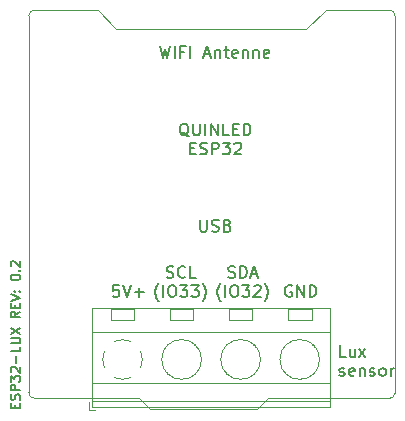
<source format=gbr>
%TF.GenerationSoftware,KiCad,Pcbnew,8.0.5*%
%TF.CreationDate,2024-09-19T11:43:03+02:00*%
%TF.ProjectId,QuinLED-ESP32-Lux,5175696e-4c45-4442-9d45-535033322d4c,rev?*%
%TF.SameCoordinates,Original*%
%TF.FileFunction,Legend,Top*%
%TF.FilePolarity,Positive*%
%FSLAX46Y46*%
G04 Gerber Fmt 4.6, Leading zero omitted, Abs format (unit mm)*
G04 Created by KiCad (PCBNEW 8.0.5) date 2024-09-19 11:43:03*
%MOMM*%
%LPD*%
G01*
G04 APERTURE LIST*
%ADD10C,0.150000*%
%ADD11C,0.050000*%
%ADD12C,0.120000*%
G04 APERTURE END LIST*
D10*
X143419613Y-99719432D02*
X143562470Y-99767051D01*
X143562470Y-99767051D02*
X143800565Y-99767051D01*
X143800565Y-99767051D02*
X143895803Y-99719432D01*
X143895803Y-99719432D02*
X143943422Y-99671812D01*
X143943422Y-99671812D02*
X143991041Y-99576574D01*
X143991041Y-99576574D02*
X143991041Y-99481336D01*
X143991041Y-99481336D02*
X143943422Y-99386098D01*
X143943422Y-99386098D02*
X143895803Y-99338479D01*
X143895803Y-99338479D02*
X143800565Y-99290860D01*
X143800565Y-99290860D02*
X143610089Y-99243241D01*
X143610089Y-99243241D02*
X143514851Y-99195622D01*
X143514851Y-99195622D02*
X143467232Y-99148003D01*
X143467232Y-99148003D02*
X143419613Y-99052765D01*
X143419613Y-99052765D02*
X143419613Y-98957527D01*
X143419613Y-98957527D02*
X143467232Y-98862289D01*
X143467232Y-98862289D02*
X143514851Y-98814670D01*
X143514851Y-98814670D02*
X143610089Y-98767051D01*
X143610089Y-98767051D02*
X143848184Y-98767051D01*
X143848184Y-98767051D02*
X143991041Y-98814670D01*
X144419613Y-99767051D02*
X144419613Y-98767051D01*
X144419613Y-98767051D02*
X144657708Y-98767051D01*
X144657708Y-98767051D02*
X144800565Y-98814670D01*
X144800565Y-98814670D02*
X144895803Y-98909908D01*
X144895803Y-98909908D02*
X144943422Y-99005146D01*
X144943422Y-99005146D02*
X144991041Y-99195622D01*
X144991041Y-99195622D02*
X144991041Y-99338479D01*
X144991041Y-99338479D02*
X144943422Y-99528955D01*
X144943422Y-99528955D02*
X144895803Y-99624193D01*
X144895803Y-99624193D02*
X144800565Y-99719432D01*
X144800565Y-99719432D02*
X144657708Y-99767051D01*
X144657708Y-99767051D02*
X144419613Y-99767051D01*
X145371994Y-99481336D02*
X145848184Y-99481336D01*
X145276756Y-99767051D02*
X145610089Y-98767051D01*
X145610089Y-98767051D02*
X145943422Y-99767051D01*
X142776756Y-101757947D02*
X142729137Y-101710328D01*
X142729137Y-101710328D02*
X142633899Y-101567471D01*
X142633899Y-101567471D02*
X142586280Y-101472233D01*
X142586280Y-101472233D02*
X142538661Y-101329376D01*
X142538661Y-101329376D02*
X142491042Y-101091280D01*
X142491042Y-101091280D02*
X142491042Y-100900804D01*
X142491042Y-100900804D02*
X142538661Y-100662709D01*
X142538661Y-100662709D02*
X142586280Y-100519852D01*
X142586280Y-100519852D02*
X142633899Y-100424614D01*
X142633899Y-100424614D02*
X142729137Y-100281756D01*
X142729137Y-100281756D02*
X142776756Y-100234137D01*
X143157709Y-101376995D02*
X143157709Y-100376995D01*
X143824375Y-100376995D02*
X144014851Y-100376995D01*
X144014851Y-100376995D02*
X144110089Y-100424614D01*
X144110089Y-100424614D02*
X144205327Y-100519852D01*
X144205327Y-100519852D02*
X144252946Y-100710328D01*
X144252946Y-100710328D02*
X144252946Y-101043661D01*
X144252946Y-101043661D02*
X144205327Y-101234137D01*
X144205327Y-101234137D02*
X144110089Y-101329376D01*
X144110089Y-101329376D02*
X144014851Y-101376995D01*
X144014851Y-101376995D02*
X143824375Y-101376995D01*
X143824375Y-101376995D02*
X143729137Y-101329376D01*
X143729137Y-101329376D02*
X143633899Y-101234137D01*
X143633899Y-101234137D02*
X143586280Y-101043661D01*
X143586280Y-101043661D02*
X143586280Y-100710328D01*
X143586280Y-100710328D02*
X143633899Y-100519852D01*
X143633899Y-100519852D02*
X143729137Y-100424614D01*
X143729137Y-100424614D02*
X143824375Y-100376995D01*
X144586280Y-100376995D02*
X145205327Y-100376995D01*
X145205327Y-100376995D02*
X144871994Y-100757947D01*
X144871994Y-100757947D02*
X145014851Y-100757947D01*
X145014851Y-100757947D02*
X145110089Y-100805566D01*
X145110089Y-100805566D02*
X145157708Y-100853185D01*
X145157708Y-100853185D02*
X145205327Y-100948423D01*
X145205327Y-100948423D02*
X145205327Y-101186518D01*
X145205327Y-101186518D02*
X145157708Y-101281756D01*
X145157708Y-101281756D02*
X145110089Y-101329376D01*
X145110089Y-101329376D02*
X145014851Y-101376995D01*
X145014851Y-101376995D02*
X144729137Y-101376995D01*
X144729137Y-101376995D02*
X144633899Y-101329376D01*
X144633899Y-101329376D02*
X144586280Y-101281756D01*
X145586280Y-100472233D02*
X145633899Y-100424614D01*
X145633899Y-100424614D02*
X145729137Y-100376995D01*
X145729137Y-100376995D02*
X145967232Y-100376995D01*
X145967232Y-100376995D02*
X146062470Y-100424614D01*
X146062470Y-100424614D02*
X146110089Y-100472233D01*
X146110089Y-100472233D02*
X146157708Y-100567471D01*
X146157708Y-100567471D02*
X146157708Y-100662709D01*
X146157708Y-100662709D02*
X146110089Y-100805566D01*
X146110089Y-100805566D02*
X145538661Y-101376995D01*
X145538661Y-101376995D02*
X146157708Y-101376995D01*
X146491042Y-101757947D02*
X146538661Y-101710328D01*
X146538661Y-101710328D02*
X146633899Y-101567471D01*
X146633899Y-101567471D02*
X146681518Y-101472233D01*
X146681518Y-101472233D02*
X146729137Y-101329376D01*
X146729137Y-101329376D02*
X146776756Y-101091280D01*
X146776756Y-101091280D02*
X146776756Y-100900804D01*
X146776756Y-100900804D02*
X146729137Y-100662709D01*
X146729137Y-100662709D02*
X146681518Y-100519852D01*
X146681518Y-100519852D02*
X146633899Y-100424614D01*
X146633899Y-100424614D02*
X146538661Y-100281756D01*
X146538661Y-100281756D02*
X146491042Y-100234137D01*
X153351957Y-106471419D02*
X152875767Y-106471419D01*
X152875767Y-106471419D02*
X152875767Y-105471419D01*
X154113862Y-105804752D02*
X154113862Y-106471419D01*
X153685291Y-105804752D02*
X153685291Y-106328561D01*
X153685291Y-106328561D02*
X153732910Y-106423800D01*
X153732910Y-106423800D02*
X153828148Y-106471419D01*
X153828148Y-106471419D02*
X153971005Y-106471419D01*
X153971005Y-106471419D02*
X154066243Y-106423800D01*
X154066243Y-106423800D02*
X154113862Y-106376180D01*
X154494815Y-106471419D02*
X155018624Y-105804752D01*
X154494815Y-105804752D02*
X155018624Y-106471419D01*
X152828148Y-108033744D02*
X152923386Y-108081363D01*
X152923386Y-108081363D02*
X153113862Y-108081363D01*
X153113862Y-108081363D02*
X153209100Y-108033744D01*
X153209100Y-108033744D02*
X153256719Y-107938505D01*
X153256719Y-107938505D02*
X153256719Y-107890886D01*
X153256719Y-107890886D02*
X153209100Y-107795648D01*
X153209100Y-107795648D02*
X153113862Y-107748029D01*
X153113862Y-107748029D02*
X152971005Y-107748029D01*
X152971005Y-107748029D02*
X152875767Y-107700410D01*
X152875767Y-107700410D02*
X152828148Y-107605172D01*
X152828148Y-107605172D02*
X152828148Y-107557553D01*
X152828148Y-107557553D02*
X152875767Y-107462315D01*
X152875767Y-107462315D02*
X152971005Y-107414696D01*
X152971005Y-107414696D02*
X153113862Y-107414696D01*
X153113862Y-107414696D02*
X153209100Y-107462315D01*
X154066243Y-108033744D02*
X153971005Y-108081363D01*
X153971005Y-108081363D02*
X153780529Y-108081363D01*
X153780529Y-108081363D02*
X153685291Y-108033744D01*
X153685291Y-108033744D02*
X153637672Y-107938505D01*
X153637672Y-107938505D02*
X153637672Y-107557553D01*
X153637672Y-107557553D02*
X153685291Y-107462315D01*
X153685291Y-107462315D02*
X153780529Y-107414696D01*
X153780529Y-107414696D02*
X153971005Y-107414696D01*
X153971005Y-107414696D02*
X154066243Y-107462315D01*
X154066243Y-107462315D02*
X154113862Y-107557553D01*
X154113862Y-107557553D02*
X154113862Y-107652791D01*
X154113862Y-107652791D02*
X153637672Y-107748029D01*
X154542434Y-107414696D02*
X154542434Y-108081363D01*
X154542434Y-107509934D02*
X154590053Y-107462315D01*
X154590053Y-107462315D02*
X154685291Y-107414696D01*
X154685291Y-107414696D02*
X154828148Y-107414696D01*
X154828148Y-107414696D02*
X154923386Y-107462315D01*
X154923386Y-107462315D02*
X154971005Y-107557553D01*
X154971005Y-107557553D02*
X154971005Y-108081363D01*
X155399577Y-108033744D02*
X155494815Y-108081363D01*
X155494815Y-108081363D02*
X155685291Y-108081363D01*
X155685291Y-108081363D02*
X155780529Y-108033744D01*
X155780529Y-108033744D02*
X155828148Y-107938505D01*
X155828148Y-107938505D02*
X155828148Y-107890886D01*
X155828148Y-107890886D02*
X155780529Y-107795648D01*
X155780529Y-107795648D02*
X155685291Y-107748029D01*
X155685291Y-107748029D02*
X155542434Y-107748029D01*
X155542434Y-107748029D02*
X155447196Y-107700410D01*
X155447196Y-107700410D02*
X155399577Y-107605172D01*
X155399577Y-107605172D02*
X155399577Y-107557553D01*
X155399577Y-107557553D02*
X155447196Y-107462315D01*
X155447196Y-107462315D02*
X155542434Y-107414696D01*
X155542434Y-107414696D02*
X155685291Y-107414696D01*
X155685291Y-107414696D02*
X155780529Y-107462315D01*
X156399577Y-108081363D02*
X156304339Y-108033744D01*
X156304339Y-108033744D02*
X156256720Y-107986124D01*
X156256720Y-107986124D02*
X156209101Y-107890886D01*
X156209101Y-107890886D02*
X156209101Y-107605172D01*
X156209101Y-107605172D02*
X156256720Y-107509934D01*
X156256720Y-107509934D02*
X156304339Y-107462315D01*
X156304339Y-107462315D02*
X156399577Y-107414696D01*
X156399577Y-107414696D02*
X156542434Y-107414696D01*
X156542434Y-107414696D02*
X156637672Y-107462315D01*
X156637672Y-107462315D02*
X156685291Y-107509934D01*
X156685291Y-107509934D02*
X156732910Y-107605172D01*
X156732910Y-107605172D02*
X156732910Y-107890886D01*
X156732910Y-107890886D02*
X156685291Y-107986124D01*
X156685291Y-107986124D02*
X156637672Y-108033744D01*
X156637672Y-108033744D02*
X156542434Y-108081363D01*
X156542434Y-108081363D02*
X156399577Y-108081363D01*
X157161482Y-108081363D02*
X157161482Y-107414696D01*
X157161482Y-107605172D02*
X157209101Y-107509934D01*
X157209101Y-107509934D02*
X157256720Y-107462315D01*
X157256720Y-107462315D02*
X157351958Y-107414696D01*
X157351958Y-107414696D02*
X157447196Y-107414696D01*
X141023424Y-94858463D02*
X141023424Y-95667986D01*
X141023424Y-95667986D02*
X141071043Y-95763224D01*
X141071043Y-95763224D02*
X141118662Y-95810844D01*
X141118662Y-95810844D02*
X141213900Y-95858463D01*
X141213900Y-95858463D02*
X141404376Y-95858463D01*
X141404376Y-95858463D02*
X141499614Y-95810844D01*
X141499614Y-95810844D02*
X141547233Y-95763224D01*
X141547233Y-95763224D02*
X141594852Y-95667986D01*
X141594852Y-95667986D02*
X141594852Y-94858463D01*
X142023424Y-95810844D02*
X142166281Y-95858463D01*
X142166281Y-95858463D02*
X142404376Y-95858463D01*
X142404376Y-95858463D02*
X142499614Y-95810844D01*
X142499614Y-95810844D02*
X142547233Y-95763224D01*
X142547233Y-95763224D02*
X142594852Y-95667986D01*
X142594852Y-95667986D02*
X142594852Y-95572748D01*
X142594852Y-95572748D02*
X142547233Y-95477510D01*
X142547233Y-95477510D02*
X142499614Y-95429891D01*
X142499614Y-95429891D02*
X142404376Y-95382272D01*
X142404376Y-95382272D02*
X142213900Y-95334653D01*
X142213900Y-95334653D02*
X142118662Y-95287034D01*
X142118662Y-95287034D02*
X142071043Y-95239415D01*
X142071043Y-95239415D02*
X142023424Y-95144177D01*
X142023424Y-95144177D02*
X142023424Y-95048939D01*
X142023424Y-95048939D02*
X142071043Y-94953701D01*
X142071043Y-94953701D02*
X142118662Y-94906082D01*
X142118662Y-94906082D02*
X142213900Y-94858463D01*
X142213900Y-94858463D02*
X142451995Y-94858463D01*
X142451995Y-94858463D02*
X142594852Y-94906082D01*
X143356757Y-95334653D02*
X143499614Y-95382272D01*
X143499614Y-95382272D02*
X143547233Y-95429891D01*
X143547233Y-95429891D02*
X143594852Y-95525129D01*
X143594852Y-95525129D02*
X143594852Y-95667986D01*
X143594852Y-95667986D02*
X143547233Y-95763224D01*
X143547233Y-95763224D02*
X143499614Y-95810844D01*
X143499614Y-95810844D02*
X143404376Y-95858463D01*
X143404376Y-95858463D02*
X143023424Y-95858463D01*
X143023424Y-95858463D02*
X143023424Y-94858463D01*
X143023424Y-94858463D02*
X143356757Y-94858463D01*
X143356757Y-94858463D02*
X143451995Y-94906082D01*
X143451995Y-94906082D02*
X143499614Y-94953701D01*
X143499614Y-94953701D02*
X143547233Y-95048939D01*
X143547233Y-95048939D02*
X143547233Y-95144177D01*
X143547233Y-95144177D02*
X143499614Y-95239415D01*
X143499614Y-95239415D02*
X143451995Y-95287034D01*
X143451995Y-95287034D02*
X143356757Y-95334653D01*
X143356757Y-95334653D02*
X143023424Y-95334653D01*
X138183819Y-99719432D02*
X138326676Y-99767051D01*
X138326676Y-99767051D02*
X138564771Y-99767051D01*
X138564771Y-99767051D02*
X138660009Y-99719432D01*
X138660009Y-99719432D02*
X138707628Y-99671812D01*
X138707628Y-99671812D02*
X138755247Y-99576574D01*
X138755247Y-99576574D02*
X138755247Y-99481336D01*
X138755247Y-99481336D02*
X138707628Y-99386098D01*
X138707628Y-99386098D02*
X138660009Y-99338479D01*
X138660009Y-99338479D02*
X138564771Y-99290860D01*
X138564771Y-99290860D02*
X138374295Y-99243241D01*
X138374295Y-99243241D02*
X138279057Y-99195622D01*
X138279057Y-99195622D02*
X138231438Y-99148003D01*
X138231438Y-99148003D02*
X138183819Y-99052765D01*
X138183819Y-99052765D02*
X138183819Y-98957527D01*
X138183819Y-98957527D02*
X138231438Y-98862289D01*
X138231438Y-98862289D02*
X138279057Y-98814670D01*
X138279057Y-98814670D02*
X138374295Y-98767051D01*
X138374295Y-98767051D02*
X138612390Y-98767051D01*
X138612390Y-98767051D02*
X138755247Y-98814670D01*
X139755247Y-99671812D02*
X139707628Y-99719432D01*
X139707628Y-99719432D02*
X139564771Y-99767051D01*
X139564771Y-99767051D02*
X139469533Y-99767051D01*
X139469533Y-99767051D02*
X139326676Y-99719432D01*
X139326676Y-99719432D02*
X139231438Y-99624193D01*
X139231438Y-99624193D02*
X139183819Y-99528955D01*
X139183819Y-99528955D02*
X139136200Y-99338479D01*
X139136200Y-99338479D02*
X139136200Y-99195622D01*
X139136200Y-99195622D02*
X139183819Y-99005146D01*
X139183819Y-99005146D02*
X139231438Y-98909908D01*
X139231438Y-98909908D02*
X139326676Y-98814670D01*
X139326676Y-98814670D02*
X139469533Y-98767051D01*
X139469533Y-98767051D02*
X139564771Y-98767051D01*
X139564771Y-98767051D02*
X139707628Y-98814670D01*
X139707628Y-98814670D02*
X139755247Y-98862289D01*
X140660009Y-99767051D02*
X140183819Y-99767051D01*
X140183819Y-99767051D02*
X140183819Y-98767051D01*
X137517152Y-101757947D02*
X137469533Y-101710328D01*
X137469533Y-101710328D02*
X137374295Y-101567471D01*
X137374295Y-101567471D02*
X137326676Y-101472233D01*
X137326676Y-101472233D02*
X137279057Y-101329376D01*
X137279057Y-101329376D02*
X137231438Y-101091280D01*
X137231438Y-101091280D02*
X137231438Y-100900804D01*
X137231438Y-100900804D02*
X137279057Y-100662709D01*
X137279057Y-100662709D02*
X137326676Y-100519852D01*
X137326676Y-100519852D02*
X137374295Y-100424614D01*
X137374295Y-100424614D02*
X137469533Y-100281756D01*
X137469533Y-100281756D02*
X137517152Y-100234137D01*
X137898105Y-101376995D02*
X137898105Y-100376995D01*
X138564771Y-100376995D02*
X138755247Y-100376995D01*
X138755247Y-100376995D02*
X138850485Y-100424614D01*
X138850485Y-100424614D02*
X138945723Y-100519852D01*
X138945723Y-100519852D02*
X138993342Y-100710328D01*
X138993342Y-100710328D02*
X138993342Y-101043661D01*
X138993342Y-101043661D02*
X138945723Y-101234137D01*
X138945723Y-101234137D02*
X138850485Y-101329376D01*
X138850485Y-101329376D02*
X138755247Y-101376995D01*
X138755247Y-101376995D02*
X138564771Y-101376995D01*
X138564771Y-101376995D02*
X138469533Y-101329376D01*
X138469533Y-101329376D02*
X138374295Y-101234137D01*
X138374295Y-101234137D02*
X138326676Y-101043661D01*
X138326676Y-101043661D02*
X138326676Y-100710328D01*
X138326676Y-100710328D02*
X138374295Y-100519852D01*
X138374295Y-100519852D02*
X138469533Y-100424614D01*
X138469533Y-100424614D02*
X138564771Y-100376995D01*
X139326676Y-100376995D02*
X139945723Y-100376995D01*
X139945723Y-100376995D02*
X139612390Y-100757947D01*
X139612390Y-100757947D02*
X139755247Y-100757947D01*
X139755247Y-100757947D02*
X139850485Y-100805566D01*
X139850485Y-100805566D02*
X139898104Y-100853185D01*
X139898104Y-100853185D02*
X139945723Y-100948423D01*
X139945723Y-100948423D02*
X139945723Y-101186518D01*
X139945723Y-101186518D02*
X139898104Y-101281756D01*
X139898104Y-101281756D02*
X139850485Y-101329376D01*
X139850485Y-101329376D02*
X139755247Y-101376995D01*
X139755247Y-101376995D02*
X139469533Y-101376995D01*
X139469533Y-101376995D02*
X139374295Y-101329376D01*
X139374295Y-101329376D02*
X139326676Y-101281756D01*
X140279057Y-100376995D02*
X140898104Y-100376995D01*
X140898104Y-100376995D02*
X140564771Y-100757947D01*
X140564771Y-100757947D02*
X140707628Y-100757947D01*
X140707628Y-100757947D02*
X140802866Y-100805566D01*
X140802866Y-100805566D02*
X140850485Y-100853185D01*
X140850485Y-100853185D02*
X140898104Y-100948423D01*
X140898104Y-100948423D02*
X140898104Y-101186518D01*
X140898104Y-101186518D02*
X140850485Y-101281756D01*
X140850485Y-101281756D02*
X140802866Y-101329376D01*
X140802866Y-101329376D02*
X140707628Y-101376995D01*
X140707628Y-101376995D02*
X140421914Y-101376995D01*
X140421914Y-101376995D02*
X140326676Y-101329376D01*
X140326676Y-101329376D02*
X140279057Y-101281756D01*
X141231438Y-101757947D02*
X141279057Y-101710328D01*
X141279057Y-101710328D02*
X141374295Y-101567471D01*
X141374295Y-101567471D02*
X141421914Y-101472233D01*
X141421914Y-101472233D02*
X141469533Y-101329376D01*
X141469533Y-101329376D02*
X141517152Y-101091280D01*
X141517152Y-101091280D02*
X141517152Y-100900804D01*
X141517152Y-100900804D02*
X141469533Y-100662709D01*
X141469533Y-100662709D02*
X141421914Y-100519852D01*
X141421914Y-100519852D02*
X141374295Y-100424614D01*
X141374295Y-100424614D02*
X141279057Y-100281756D01*
X141279057Y-100281756D02*
X141231438Y-100234137D01*
X140049740Y-87799895D02*
X139954502Y-87752276D01*
X139954502Y-87752276D02*
X139859264Y-87657038D01*
X139859264Y-87657038D02*
X139716407Y-87514180D01*
X139716407Y-87514180D02*
X139621169Y-87466561D01*
X139621169Y-87466561D02*
X139525931Y-87466561D01*
X139573550Y-87704657D02*
X139478312Y-87657038D01*
X139478312Y-87657038D02*
X139383074Y-87561799D01*
X139383074Y-87561799D02*
X139335455Y-87371323D01*
X139335455Y-87371323D02*
X139335455Y-87037990D01*
X139335455Y-87037990D02*
X139383074Y-86847514D01*
X139383074Y-86847514D02*
X139478312Y-86752276D01*
X139478312Y-86752276D02*
X139573550Y-86704657D01*
X139573550Y-86704657D02*
X139764026Y-86704657D01*
X139764026Y-86704657D02*
X139859264Y-86752276D01*
X139859264Y-86752276D02*
X139954502Y-86847514D01*
X139954502Y-86847514D02*
X140002121Y-87037990D01*
X140002121Y-87037990D02*
X140002121Y-87371323D01*
X140002121Y-87371323D02*
X139954502Y-87561799D01*
X139954502Y-87561799D02*
X139859264Y-87657038D01*
X139859264Y-87657038D02*
X139764026Y-87704657D01*
X139764026Y-87704657D02*
X139573550Y-87704657D01*
X140430693Y-86704657D02*
X140430693Y-87514180D01*
X140430693Y-87514180D02*
X140478312Y-87609418D01*
X140478312Y-87609418D02*
X140525931Y-87657038D01*
X140525931Y-87657038D02*
X140621169Y-87704657D01*
X140621169Y-87704657D02*
X140811645Y-87704657D01*
X140811645Y-87704657D02*
X140906883Y-87657038D01*
X140906883Y-87657038D02*
X140954502Y-87609418D01*
X140954502Y-87609418D02*
X141002121Y-87514180D01*
X141002121Y-87514180D02*
X141002121Y-86704657D01*
X141478312Y-87704657D02*
X141478312Y-86704657D01*
X141954502Y-87704657D02*
X141954502Y-86704657D01*
X141954502Y-86704657D02*
X142525930Y-87704657D01*
X142525930Y-87704657D02*
X142525930Y-86704657D01*
X143478311Y-87704657D02*
X143002121Y-87704657D01*
X143002121Y-87704657D02*
X143002121Y-86704657D01*
X143811645Y-87180847D02*
X144144978Y-87180847D01*
X144287835Y-87704657D02*
X143811645Y-87704657D01*
X143811645Y-87704657D02*
X143811645Y-86704657D01*
X143811645Y-86704657D02*
X144287835Y-86704657D01*
X144716407Y-87704657D02*
X144716407Y-86704657D01*
X144716407Y-86704657D02*
X144954502Y-86704657D01*
X144954502Y-86704657D02*
X145097359Y-86752276D01*
X145097359Y-86752276D02*
X145192597Y-86847514D01*
X145192597Y-86847514D02*
X145240216Y-86942752D01*
X145240216Y-86942752D02*
X145287835Y-87133228D01*
X145287835Y-87133228D02*
X145287835Y-87276085D01*
X145287835Y-87276085D02*
X145240216Y-87466561D01*
X145240216Y-87466561D02*
X145192597Y-87561799D01*
X145192597Y-87561799D02*
X145097359Y-87657038D01*
X145097359Y-87657038D02*
X144954502Y-87704657D01*
X144954502Y-87704657D02*
X144716407Y-87704657D01*
X140168788Y-88790791D02*
X140502121Y-88790791D01*
X140644978Y-89314601D02*
X140168788Y-89314601D01*
X140168788Y-89314601D02*
X140168788Y-88314601D01*
X140168788Y-88314601D02*
X140644978Y-88314601D01*
X141025931Y-89266982D02*
X141168788Y-89314601D01*
X141168788Y-89314601D02*
X141406883Y-89314601D01*
X141406883Y-89314601D02*
X141502121Y-89266982D01*
X141502121Y-89266982D02*
X141549740Y-89219362D01*
X141549740Y-89219362D02*
X141597359Y-89124124D01*
X141597359Y-89124124D02*
X141597359Y-89028886D01*
X141597359Y-89028886D02*
X141549740Y-88933648D01*
X141549740Y-88933648D02*
X141502121Y-88886029D01*
X141502121Y-88886029D02*
X141406883Y-88838410D01*
X141406883Y-88838410D02*
X141216407Y-88790791D01*
X141216407Y-88790791D02*
X141121169Y-88743172D01*
X141121169Y-88743172D02*
X141073550Y-88695553D01*
X141073550Y-88695553D02*
X141025931Y-88600315D01*
X141025931Y-88600315D02*
X141025931Y-88505077D01*
X141025931Y-88505077D02*
X141073550Y-88409839D01*
X141073550Y-88409839D02*
X141121169Y-88362220D01*
X141121169Y-88362220D02*
X141216407Y-88314601D01*
X141216407Y-88314601D02*
X141454502Y-88314601D01*
X141454502Y-88314601D02*
X141597359Y-88362220D01*
X142025931Y-89314601D02*
X142025931Y-88314601D01*
X142025931Y-88314601D02*
X142406883Y-88314601D01*
X142406883Y-88314601D02*
X142502121Y-88362220D01*
X142502121Y-88362220D02*
X142549740Y-88409839D01*
X142549740Y-88409839D02*
X142597359Y-88505077D01*
X142597359Y-88505077D02*
X142597359Y-88647934D01*
X142597359Y-88647934D02*
X142549740Y-88743172D01*
X142549740Y-88743172D02*
X142502121Y-88790791D01*
X142502121Y-88790791D02*
X142406883Y-88838410D01*
X142406883Y-88838410D02*
X142025931Y-88838410D01*
X142930693Y-88314601D02*
X143549740Y-88314601D01*
X143549740Y-88314601D02*
X143216407Y-88695553D01*
X143216407Y-88695553D02*
X143359264Y-88695553D01*
X143359264Y-88695553D02*
X143454502Y-88743172D01*
X143454502Y-88743172D02*
X143502121Y-88790791D01*
X143502121Y-88790791D02*
X143549740Y-88886029D01*
X143549740Y-88886029D02*
X143549740Y-89124124D01*
X143549740Y-89124124D02*
X143502121Y-89219362D01*
X143502121Y-89219362D02*
X143454502Y-89266982D01*
X143454502Y-89266982D02*
X143359264Y-89314601D01*
X143359264Y-89314601D02*
X143073550Y-89314601D01*
X143073550Y-89314601D02*
X142978312Y-89266982D01*
X142978312Y-89266982D02*
X142930693Y-89219362D01*
X143930693Y-88409839D02*
X143978312Y-88362220D01*
X143978312Y-88362220D02*
X144073550Y-88314601D01*
X144073550Y-88314601D02*
X144311645Y-88314601D01*
X144311645Y-88314601D02*
X144406883Y-88362220D01*
X144406883Y-88362220D02*
X144454502Y-88409839D01*
X144454502Y-88409839D02*
X144502121Y-88505077D01*
X144502121Y-88505077D02*
X144502121Y-88600315D01*
X144502121Y-88600315D02*
X144454502Y-88743172D01*
X144454502Y-88743172D02*
X143883074Y-89314601D01*
X143883074Y-89314601D02*
X144502121Y-89314601D01*
X125358786Y-110770392D02*
X125358786Y-110503726D01*
X125777834Y-110389440D02*
X125777834Y-110770392D01*
X125777834Y-110770392D02*
X124977834Y-110770392D01*
X124977834Y-110770392D02*
X124977834Y-110389440D01*
X125739739Y-110084678D02*
X125777834Y-109970392D01*
X125777834Y-109970392D02*
X125777834Y-109779916D01*
X125777834Y-109779916D02*
X125739739Y-109703725D01*
X125739739Y-109703725D02*
X125701643Y-109665630D01*
X125701643Y-109665630D02*
X125625453Y-109627535D01*
X125625453Y-109627535D02*
X125549262Y-109627535D01*
X125549262Y-109627535D02*
X125473072Y-109665630D01*
X125473072Y-109665630D02*
X125434977Y-109703725D01*
X125434977Y-109703725D02*
X125396881Y-109779916D01*
X125396881Y-109779916D02*
X125358786Y-109932297D01*
X125358786Y-109932297D02*
X125320691Y-110008487D01*
X125320691Y-110008487D02*
X125282596Y-110046582D01*
X125282596Y-110046582D02*
X125206405Y-110084678D01*
X125206405Y-110084678D02*
X125130215Y-110084678D01*
X125130215Y-110084678D02*
X125054024Y-110046582D01*
X125054024Y-110046582D02*
X125015929Y-110008487D01*
X125015929Y-110008487D02*
X124977834Y-109932297D01*
X124977834Y-109932297D02*
X124977834Y-109741820D01*
X124977834Y-109741820D02*
X125015929Y-109627535D01*
X125777834Y-109284677D02*
X124977834Y-109284677D01*
X124977834Y-109284677D02*
X124977834Y-108979915D01*
X124977834Y-108979915D02*
X125015929Y-108903725D01*
X125015929Y-108903725D02*
X125054024Y-108865630D01*
X125054024Y-108865630D02*
X125130215Y-108827534D01*
X125130215Y-108827534D02*
X125244500Y-108827534D01*
X125244500Y-108827534D02*
X125320691Y-108865630D01*
X125320691Y-108865630D02*
X125358786Y-108903725D01*
X125358786Y-108903725D02*
X125396881Y-108979915D01*
X125396881Y-108979915D02*
X125396881Y-109284677D01*
X124977834Y-108560868D02*
X124977834Y-108065630D01*
X124977834Y-108065630D02*
X125282596Y-108332296D01*
X125282596Y-108332296D02*
X125282596Y-108218011D01*
X125282596Y-108218011D02*
X125320691Y-108141820D01*
X125320691Y-108141820D02*
X125358786Y-108103725D01*
X125358786Y-108103725D02*
X125434977Y-108065630D01*
X125434977Y-108065630D02*
X125625453Y-108065630D01*
X125625453Y-108065630D02*
X125701643Y-108103725D01*
X125701643Y-108103725D02*
X125739739Y-108141820D01*
X125739739Y-108141820D02*
X125777834Y-108218011D01*
X125777834Y-108218011D02*
X125777834Y-108446582D01*
X125777834Y-108446582D02*
X125739739Y-108522773D01*
X125739739Y-108522773D02*
X125701643Y-108560868D01*
X125054024Y-107760868D02*
X125015929Y-107722772D01*
X125015929Y-107722772D02*
X124977834Y-107646582D01*
X124977834Y-107646582D02*
X124977834Y-107456106D01*
X124977834Y-107456106D02*
X125015929Y-107379915D01*
X125015929Y-107379915D02*
X125054024Y-107341820D01*
X125054024Y-107341820D02*
X125130215Y-107303725D01*
X125130215Y-107303725D02*
X125206405Y-107303725D01*
X125206405Y-107303725D02*
X125320691Y-107341820D01*
X125320691Y-107341820D02*
X125777834Y-107798963D01*
X125777834Y-107798963D02*
X125777834Y-107303725D01*
X125473072Y-106960867D02*
X125473072Y-106351344D01*
X125777834Y-105589439D02*
X125777834Y-105970391D01*
X125777834Y-105970391D02*
X124977834Y-105970391D01*
X124977834Y-105322772D02*
X125625453Y-105322772D01*
X125625453Y-105322772D02*
X125701643Y-105284677D01*
X125701643Y-105284677D02*
X125739739Y-105246582D01*
X125739739Y-105246582D02*
X125777834Y-105170391D01*
X125777834Y-105170391D02*
X125777834Y-105018010D01*
X125777834Y-105018010D02*
X125739739Y-104941820D01*
X125739739Y-104941820D02*
X125701643Y-104903725D01*
X125701643Y-104903725D02*
X125625453Y-104865629D01*
X125625453Y-104865629D02*
X124977834Y-104865629D01*
X124977834Y-104560868D02*
X125777834Y-104027534D01*
X124977834Y-104027534D02*
X125777834Y-104560868D01*
X125777834Y-102656105D02*
X125396881Y-102922772D01*
X125777834Y-103113248D02*
X124977834Y-103113248D01*
X124977834Y-103113248D02*
X124977834Y-102808486D01*
X124977834Y-102808486D02*
X125015929Y-102732296D01*
X125015929Y-102732296D02*
X125054024Y-102694201D01*
X125054024Y-102694201D02*
X125130215Y-102656105D01*
X125130215Y-102656105D02*
X125244500Y-102656105D01*
X125244500Y-102656105D02*
X125320691Y-102694201D01*
X125320691Y-102694201D02*
X125358786Y-102732296D01*
X125358786Y-102732296D02*
X125396881Y-102808486D01*
X125396881Y-102808486D02*
X125396881Y-103113248D01*
X125358786Y-102313248D02*
X125358786Y-102046582D01*
X125777834Y-101932296D02*
X125777834Y-102313248D01*
X125777834Y-102313248D02*
X124977834Y-102313248D01*
X124977834Y-102313248D02*
X124977834Y-101932296D01*
X124977834Y-101703724D02*
X125777834Y-101437057D01*
X125777834Y-101437057D02*
X124977834Y-101170391D01*
X125701643Y-100903724D02*
X125739739Y-100865629D01*
X125739739Y-100865629D02*
X125777834Y-100903724D01*
X125777834Y-100903724D02*
X125739739Y-100941820D01*
X125739739Y-100941820D02*
X125701643Y-100903724D01*
X125701643Y-100903724D02*
X125777834Y-100903724D01*
X125282596Y-100903724D02*
X125320691Y-100865629D01*
X125320691Y-100865629D02*
X125358786Y-100903724D01*
X125358786Y-100903724D02*
X125320691Y-100941820D01*
X125320691Y-100941820D02*
X125282596Y-100903724D01*
X125282596Y-100903724D02*
X125358786Y-100903724D01*
X124977834Y-99760867D02*
X124977834Y-99684677D01*
X124977834Y-99684677D02*
X125015929Y-99608486D01*
X125015929Y-99608486D02*
X125054024Y-99570391D01*
X125054024Y-99570391D02*
X125130215Y-99532296D01*
X125130215Y-99532296D02*
X125282596Y-99494201D01*
X125282596Y-99494201D02*
X125473072Y-99494201D01*
X125473072Y-99494201D02*
X125625453Y-99532296D01*
X125625453Y-99532296D02*
X125701643Y-99570391D01*
X125701643Y-99570391D02*
X125739739Y-99608486D01*
X125739739Y-99608486D02*
X125777834Y-99684677D01*
X125777834Y-99684677D02*
X125777834Y-99760867D01*
X125777834Y-99760867D02*
X125739739Y-99837058D01*
X125739739Y-99837058D02*
X125701643Y-99875153D01*
X125701643Y-99875153D02*
X125625453Y-99913248D01*
X125625453Y-99913248D02*
X125473072Y-99951344D01*
X125473072Y-99951344D02*
X125282596Y-99951344D01*
X125282596Y-99951344D02*
X125130215Y-99913248D01*
X125130215Y-99913248D02*
X125054024Y-99875153D01*
X125054024Y-99875153D02*
X125015929Y-99837058D01*
X125015929Y-99837058D02*
X124977834Y-99760867D01*
X125701643Y-99151343D02*
X125739739Y-99113248D01*
X125739739Y-99113248D02*
X125777834Y-99151343D01*
X125777834Y-99151343D02*
X125739739Y-99189439D01*
X125739739Y-99189439D02*
X125701643Y-99151343D01*
X125701643Y-99151343D02*
X125777834Y-99151343D01*
X125054024Y-98808487D02*
X125015929Y-98770391D01*
X125015929Y-98770391D02*
X124977834Y-98694201D01*
X124977834Y-98694201D02*
X124977834Y-98503725D01*
X124977834Y-98503725D02*
X125015929Y-98427534D01*
X125015929Y-98427534D02*
X125054024Y-98389439D01*
X125054024Y-98389439D02*
X125130215Y-98351344D01*
X125130215Y-98351344D02*
X125206405Y-98351344D01*
X125206405Y-98351344D02*
X125320691Y-98389439D01*
X125320691Y-98389439D02*
X125777834Y-98846582D01*
X125777834Y-98846582D02*
X125777834Y-98351344D01*
X137642472Y-80139004D02*
X137880567Y-81139004D01*
X137880567Y-81139004D02*
X138071043Y-80424718D01*
X138071043Y-80424718D02*
X138261519Y-81139004D01*
X138261519Y-81139004D02*
X138499615Y-80139004D01*
X138880567Y-81139004D02*
X138880567Y-80139004D01*
X139690090Y-80615194D02*
X139356757Y-80615194D01*
X139356757Y-81139004D02*
X139356757Y-80139004D01*
X139356757Y-80139004D02*
X139832947Y-80139004D01*
X140213900Y-81139004D02*
X140213900Y-80139004D01*
X141404376Y-80853289D02*
X141880566Y-80853289D01*
X141309138Y-81139004D02*
X141642471Y-80139004D01*
X141642471Y-80139004D02*
X141975804Y-81139004D01*
X142309138Y-80472337D02*
X142309138Y-81139004D01*
X142309138Y-80567575D02*
X142356757Y-80519956D01*
X142356757Y-80519956D02*
X142451995Y-80472337D01*
X142451995Y-80472337D02*
X142594852Y-80472337D01*
X142594852Y-80472337D02*
X142690090Y-80519956D01*
X142690090Y-80519956D02*
X142737709Y-80615194D01*
X142737709Y-80615194D02*
X142737709Y-81139004D01*
X143071043Y-80472337D02*
X143451995Y-80472337D01*
X143213900Y-80139004D02*
X143213900Y-80996146D01*
X143213900Y-80996146D02*
X143261519Y-81091385D01*
X143261519Y-81091385D02*
X143356757Y-81139004D01*
X143356757Y-81139004D02*
X143451995Y-81139004D01*
X144166281Y-81091385D02*
X144071043Y-81139004D01*
X144071043Y-81139004D02*
X143880567Y-81139004D01*
X143880567Y-81139004D02*
X143785329Y-81091385D01*
X143785329Y-81091385D02*
X143737710Y-80996146D01*
X143737710Y-80996146D02*
X143737710Y-80615194D01*
X143737710Y-80615194D02*
X143785329Y-80519956D01*
X143785329Y-80519956D02*
X143880567Y-80472337D01*
X143880567Y-80472337D02*
X144071043Y-80472337D01*
X144071043Y-80472337D02*
X144166281Y-80519956D01*
X144166281Y-80519956D02*
X144213900Y-80615194D01*
X144213900Y-80615194D02*
X144213900Y-80710432D01*
X144213900Y-80710432D02*
X143737710Y-80805670D01*
X144642472Y-80472337D02*
X144642472Y-81139004D01*
X144642472Y-80567575D02*
X144690091Y-80519956D01*
X144690091Y-80519956D02*
X144785329Y-80472337D01*
X144785329Y-80472337D02*
X144928186Y-80472337D01*
X144928186Y-80472337D02*
X145023424Y-80519956D01*
X145023424Y-80519956D02*
X145071043Y-80615194D01*
X145071043Y-80615194D02*
X145071043Y-81139004D01*
X145547234Y-80472337D02*
X145547234Y-81139004D01*
X145547234Y-80567575D02*
X145594853Y-80519956D01*
X145594853Y-80519956D02*
X145690091Y-80472337D01*
X145690091Y-80472337D02*
X145832948Y-80472337D01*
X145832948Y-80472337D02*
X145928186Y-80519956D01*
X145928186Y-80519956D02*
X145975805Y-80615194D01*
X145975805Y-80615194D02*
X145975805Y-81139004D01*
X146832948Y-81091385D02*
X146737710Y-81139004D01*
X146737710Y-81139004D02*
X146547234Y-81139004D01*
X146547234Y-81139004D02*
X146451996Y-81091385D01*
X146451996Y-81091385D02*
X146404377Y-80996146D01*
X146404377Y-80996146D02*
X146404377Y-80615194D01*
X146404377Y-80615194D02*
X146451996Y-80519956D01*
X146451996Y-80519956D02*
X146547234Y-80472337D01*
X146547234Y-80472337D02*
X146737710Y-80472337D01*
X146737710Y-80472337D02*
X146832948Y-80519956D01*
X146832948Y-80519956D02*
X146880567Y-80615194D01*
X146880567Y-80615194D02*
X146880567Y-80710432D01*
X146880567Y-80710432D02*
X146404377Y-80805670D01*
X134140861Y-100376995D02*
X133664671Y-100376995D01*
X133664671Y-100376995D02*
X133617052Y-100853185D01*
X133617052Y-100853185D02*
X133664671Y-100805566D01*
X133664671Y-100805566D02*
X133759909Y-100757947D01*
X133759909Y-100757947D02*
X133998004Y-100757947D01*
X133998004Y-100757947D02*
X134093242Y-100805566D01*
X134093242Y-100805566D02*
X134140861Y-100853185D01*
X134140861Y-100853185D02*
X134188480Y-100948423D01*
X134188480Y-100948423D02*
X134188480Y-101186518D01*
X134188480Y-101186518D02*
X134140861Y-101281756D01*
X134140861Y-101281756D02*
X134093242Y-101329376D01*
X134093242Y-101329376D02*
X133998004Y-101376995D01*
X133998004Y-101376995D02*
X133759909Y-101376995D01*
X133759909Y-101376995D02*
X133664671Y-101329376D01*
X133664671Y-101329376D02*
X133617052Y-101281756D01*
X134474195Y-100376995D02*
X134807528Y-101376995D01*
X134807528Y-101376995D02*
X135140861Y-100376995D01*
X135474195Y-100996042D02*
X136236100Y-100996042D01*
X135855147Y-101376995D02*
X135855147Y-100615090D01*
X148781740Y-100424614D02*
X148686502Y-100376995D01*
X148686502Y-100376995D02*
X148543645Y-100376995D01*
X148543645Y-100376995D02*
X148400788Y-100424614D01*
X148400788Y-100424614D02*
X148305550Y-100519852D01*
X148305550Y-100519852D02*
X148257931Y-100615090D01*
X148257931Y-100615090D02*
X148210312Y-100805566D01*
X148210312Y-100805566D02*
X148210312Y-100948423D01*
X148210312Y-100948423D02*
X148257931Y-101138899D01*
X148257931Y-101138899D02*
X148305550Y-101234137D01*
X148305550Y-101234137D02*
X148400788Y-101329376D01*
X148400788Y-101329376D02*
X148543645Y-101376995D01*
X148543645Y-101376995D02*
X148638883Y-101376995D01*
X148638883Y-101376995D02*
X148781740Y-101329376D01*
X148781740Y-101329376D02*
X148829359Y-101281756D01*
X148829359Y-101281756D02*
X148829359Y-100948423D01*
X148829359Y-100948423D02*
X148638883Y-100948423D01*
X149257931Y-101376995D02*
X149257931Y-100376995D01*
X149257931Y-100376995D02*
X149829359Y-101376995D01*
X149829359Y-101376995D02*
X149829359Y-100376995D01*
X150305550Y-101376995D02*
X150305550Y-100376995D01*
X150305550Y-100376995D02*
X150543645Y-100376995D01*
X150543645Y-100376995D02*
X150686502Y-100424614D01*
X150686502Y-100424614D02*
X150781740Y-100519852D01*
X150781740Y-100519852D02*
X150829359Y-100615090D01*
X150829359Y-100615090D02*
X150876978Y-100805566D01*
X150876978Y-100805566D02*
X150876978Y-100948423D01*
X150876978Y-100948423D02*
X150829359Y-101138899D01*
X150829359Y-101138899D02*
X150781740Y-101234137D01*
X150781740Y-101234137D02*
X150686502Y-101329376D01*
X150686502Y-101329376D02*
X150543645Y-101376995D01*
X150543645Y-101376995D02*
X150305550Y-101376995D01*
D11*
%TO.C,U1*%
X126516793Y-77573733D02*
X126516793Y-109481213D01*
X126999393Y-77091133D02*
X132358793Y-77091133D01*
X126999393Y-109963813D02*
X135876693Y-109984133D01*
X132358793Y-77091133D02*
X133908193Y-78742133D01*
X133908193Y-78742133D02*
X149999093Y-78742133D01*
X136791093Y-110898533D02*
X135876693Y-109984133D01*
X136791093Y-110898533D02*
X145846193Y-110898533D01*
X145846193Y-110898533D02*
X146760593Y-109984133D01*
X146760593Y-109984133D02*
X157047593Y-109984133D01*
X149999093Y-78742133D02*
X151675493Y-77091133D01*
X151675493Y-77091133D02*
X157047593Y-77091133D01*
X157530193Y-77573733D02*
X157530193Y-109501533D01*
X126516793Y-77573733D02*
G75*
G02*
X126999393Y-77091133I482599J1D01*
G01*
X126999393Y-109963813D02*
G75*
G02*
X126516793Y-109481213I-1J482599D01*
G01*
X157047593Y-77091133D02*
G75*
G02*
X157530193Y-77573733I0J-482600D01*
G01*
X157530193Y-109501533D02*
G75*
G02*
X157047593Y-109984133I-482600J0D01*
G01*
D12*
%TO.C,J1*%
X131660000Y-110240000D02*
X131660000Y-110980000D01*
X131660000Y-110980000D02*
X132160000Y-110980000D01*
X131900000Y-102320000D02*
X131900000Y-110740000D01*
X131900000Y-102320000D02*
X152021000Y-102320000D01*
X131900000Y-104379000D02*
X152021000Y-104379000D01*
X131900000Y-108680000D02*
X152021000Y-108680000D01*
X131900000Y-110180000D02*
X152021000Y-110180000D01*
X131900000Y-110740000D02*
X152021000Y-110740000D01*
X133460000Y-102380000D02*
X133460000Y-103380000D01*
X133460000Y-102380000D02*
X135460000Y-102380000D01*
X133460000Y-103380000D02*
X135460000Y-103380000D01*
X135460000Y-102380000D02*
X135460000Y-103380000D01*
X138233000Y-107703000D02*
X138186000Y-107749000D01*
X138426000Y-107919000D02*
X138391000Y-107954000D01*
X138460000Y-102380000D02*
X138460000Y-103380000D01*
X138460000Y-102380000D02*
X140460000Y-102380000D01*
X138460000Y-103380000D02*
X140460000Y-103380000D01*
X140460000Y-102380000D02*
X140460000Y-103380000D01*
X140530000Y-105405000D02*
X140495000Y-105441000D01*
X140735000Y-105611000D02*
X140688000Y-105657000D01*
X143233000Y-107703000D02*
X143186000Y-107749000D01*
X143426000Y-107919000D02*
X143391000Y-107954000D01*
X143460000Y-102380000D02*
X143460000Y-103380000D01*
X143460000Y-102380000D02*
X145460000Y-102380000D01*
X143460000Y-103380000D02*
X145460000Y-103380000D01*
X145460000Y-102380000D02*
X145460000Y-103380000D01*
X145530000Y-105405000D02*
X145495000Y-105441000D01*
X145735000Y-105611000D02*
X145688000Y-105657000D01*
X148233000Y-107703000D02*
X148186000Y-107749000D01*
X148426000Y-107919000D02*
X148391000Y-107954000D01*
X148460000Y-102380000D02*
X148460000Y-103380000D01*
X148460000Y-102380000D02*
X150460000Y-102380000D01*
X148460000Y-103380000D02*
X150460000Y-103380000D01*
X150460000Y-102380000D02*
X150460000Y-103380000D01*
X150530000Y-105405000D02*
X150495000Y-105441000D01*
X150735000Y-105611000D02*
X150688000Y-105657000D01*
X152021000Y-102320000D02*
X152021000Y-110740000D01*
X132924573Y-107363042D02*
G75*
G02*
X132925000Y-105996000I1535420J683041D01*
G01*
X133776958Y-105144573D02*
G75*
G02*
X135144000Y-105145000I683041J-1535420D01*
G01*
X134488805Y-108360253D02*
G75*
G02*
X133776000Y-108215000I-28806J1680254D01*
G01*
X135143318Y-108214756D02*
G75*
G02*
X134460000Y-108360000I-683318J1534756D01*
G01*
X135995427Y-105996958D02*
G75*
G02*
X135995000Y-107364000I-1535427J-683042D01*
G01*
X141140000Y-106680000D02*
G75*
G02*
X137780000Y-106680000I-1680000J0D01*
G01*
X137780000Y-106680000D02*
G75*
G02*
X141140000Y-106680000I1680000J0D01*
G01*
X146140000Y-106680000D02*
G75*
G02*
X142780000Y-106680000I-1680000J0D01*
G01*
X142780000Y-106680000D02*
G75*
G02*
X146140000Y-106680000I1680000J0D01*
G01*
X151140000Y-106680000D02*
G75*
G02*
X147780000Y-106680000I-1680000J0D01*
G01*
X147780000Y-106680000D02*
G75*
G02*
X151140000Y-106680000I1680000J0D01*
G01*
%TD*%
M02*

</source>
